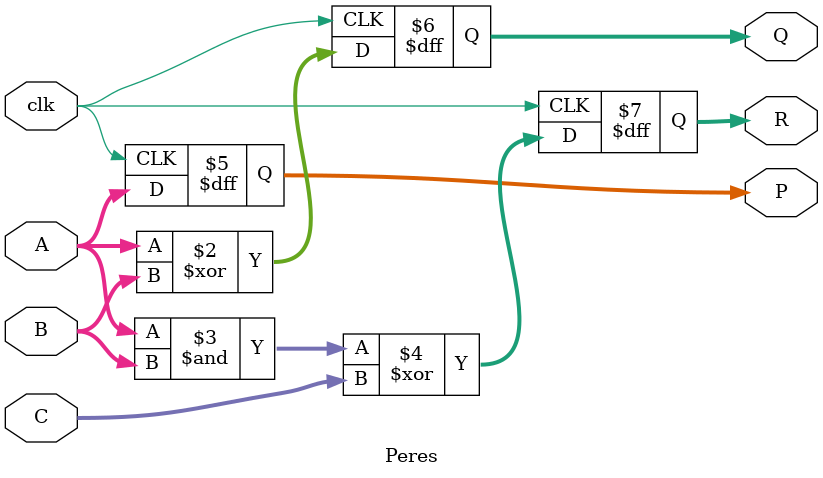
<source format=v>
module Peres (
    input clk,
    input [31:0] A,
    input [31:0] B,
    input [31:0] C,
    output reg [31:0] P,
    output reg [31:0] Q,
    output reg [31:0] R
);

always @ (posedge clk) begin
    P <= A;                  // P = A
    Q <= A ^ B;              // Q = A XOR B
    R <= (A & B) ^ C;        // R = (A AND B) XOR C
end

endmodule

</source>
